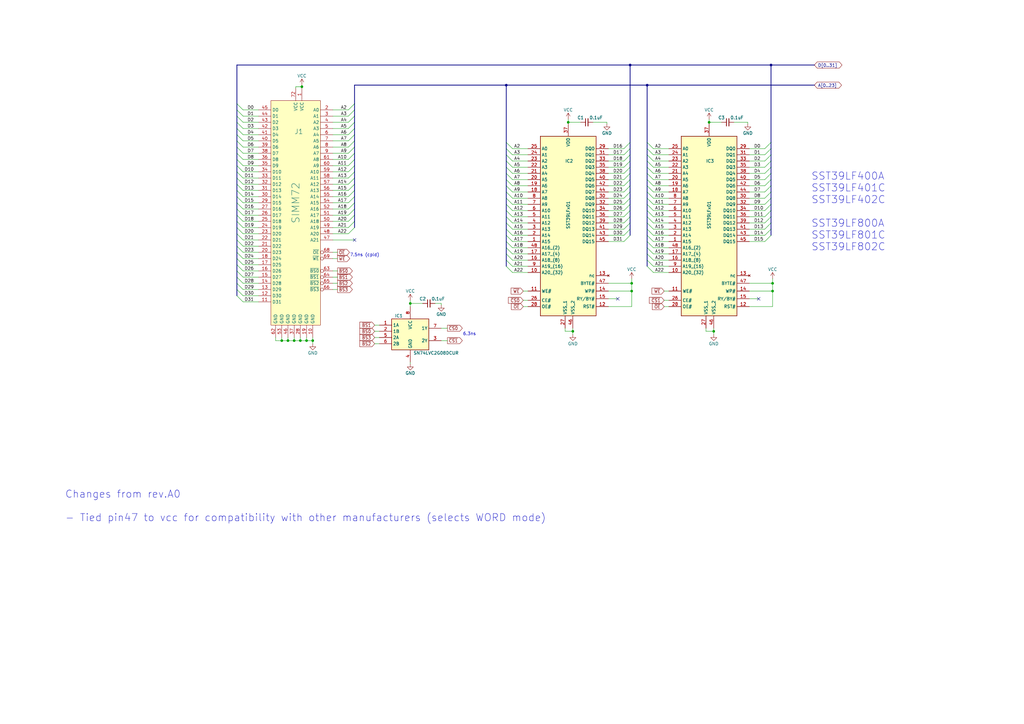
<source format=kicad_sch>
(kicad_sch (version 20230121) (generator eeschema)
  (paper "A3")
  (title_block (title "Raven SMD ROM") (date "2025") (rev "A1") (company "Licensed under CERN-OHL-P v2") (comment 1 "Anders Granlund"))
  (lib_symbols
    (symbol "68k:SIMM72-Raven"
      (property "Reference" "J" (at 0 29.21 0))
      (property "Value" "SIMM72" (at 1.27 0 90))
      (symbol "SIMM72-Raven_1_1"
        (pin power_in line (at -1.27 46.99 270) (length 5.08) (name "VCC") (number "1"))
        (pin power_in line (at -5.715 -55.245 90) (length 5.08) (name "GND") (number "10"))
        (pin bidirectional line (at 16.51 -40.64 180) (length 5.08) (name "D31") (number "11"))
        (pin bidirectional line (at 16.51 -38.1 180) (length 5.08) (name "D30") (number "12"))
        (pin bidirectional line (at 16.51 -35.56 180) (length 5.08) (name "D29") (number "13"))
        (pin bidirectional line (at 16.51 -33.02 180) (length 5.08) (name "D28") (number "14"))
        (pin bidirectional line (at 16.51 -30.48 180) (length 5.08) (name "D27") (number "15"))
        (pin bidirectional line (at 16.51 -27.94 180) (length 5.08) (name "D26") (number "16"))
        (pin bidirectional line (at 16.51 -25.4 180) (length 5.08) (name "D25") (number "17"))
        (pin bidirectional line (at 16.51 -22.86 180) (length 5.08) (name "D24") (number "18"))
        (pin power_in line (at -3.175 -55.245 90) (length 5.08) (name "GND") (number "19"))
        (pin input line (at -13.97 38.1 0) (length 5.08) (name "A0") (number "2"))
        (pin bidirectional line (at 16.51 -20.32 180) (length 5.08) (name "D23") (number "20"))
        (pin bidirectional line (at 16.51 -17.78 180) (length 5.08) (name "D22") (number "21"))
        (pin bidirectional line (at 16.51 -15.24 180) (length 5.08) (name "D21") (number "22"))
        (pin bidirectional line (at 16.51 -12.7 180) (length 5.08) (name "D20") (number "23"))
        (pin bidirectional line (at 16.51 -10.16 180) (length 5.08) (name "D19") (number "24"))
        (pin bidirectional line (at 16.51 -7.62 180) (length 5.08) (name "D18") (number "25"))
        (pin bidirectional line (at 16.51 -5.08 180) (length 5.08) (name "D17") (number "26"))
        (pin bidirectional line (at 16.51 -2.54 180) (length 5.08) (name "D16") (number "27"))
        (pin power_in line (at -0.635 -55.245 90) (length 5.08) (name "GND") (number "28"))
        (pin bidirectional line (at 16.51 0 180) (length 5.08) (name "D15") (number "29"))
        (pin input line (at -13.97 35.56 0) (length 5.08) (name "A1") (number "3"))
        (pin bidirectional line (at 16.51 2.54 180) (length 5.08) (name "D14") (number "30"))
        (pin bidirectional line (at 16.51 5.08 180) (length 5.08) (name "D13") (number "31"))
        (pin bidirectional line (at 16.51 7.62 180) (length 5.08) (name "D12") (number "32"))
        (pin bidirectional line (at 16.51 10.16 180) (length 5.08) (name "D11") (number "33"))
        (pin bidirectional line (at 16.51 12.7 180) (length 5.08) (name "D10") (number "34"))
        (pin bidirectional line (at 16.51 15.24 180) (length 5.08) (name "D9") (number "35"))
        (pin bidirectional line (at 16.51 17.78 180) (length 5.08) (name "D8") (number "36"))
        (pin power_in line (at 1.905 -55.245 90) (length 5.08) (name "GND") (number "37"))
        (pin bidirectional line (at 16.51 20.32 180) (length 5.08) (name "D7") (number "38"))
        (pin bidirectional line (at 16.51 22.86 180) (length 5.08) (name "D6") (number "39"))
        (pin input line (at -13.97 33.02 0) (length 5.08) (name "A2") (number "4"))
        (pin bidirectional line (at 16.51 25.4 180) (length 5.08) (name "D5") (number "40"))
        (pin bidirectional line (at 16.51 27.94 180) (length 5.08) (name "D4") (number "41"))
        (pin bidirectional line (at 16.51 30.48 180) (length 5.08) (name "D3") (number "42"))
        (pin bidirectional line (at 16.51 33.02 180) (length 5.08) (name "D2") (number "43"))
        (pin bidirectional line (at 16.51 35.56 180) (length 5.08) (name "D1") (number "44"))
        (pin bidirectional line (at 16.51 38.1 180) (length 5.08) (name "D0") (number "45"))
        (pin power_in line (at 4.445 -55.245 90) (length 5.08) (name "GND") (number "46"))
        (pin input line (at -13.97 -15.24 0) (length 5.08) (name "A21") (number "47"))
        (pin input line (at -13.97 -12.7 0) (length 5.08) (name "A20") (number "48"))
        (pin input line (at -13.97 -10.16 0) (length 5.08) (name "A19") (number "49"))
        (pin input line (at -13.97 30.48 0) (length 5.08) (name "A3") (number "5"))
        (pin input line (at -13.97 -7.62 0) (length 5.08) (name "A18") (number "50"))
        (pin input line (at -13.97 -5.08 0) (length 5.08) (name "A17") (number "51"))
        (pin input line (at -13.97 -2.54 0) (length 5.08) (name "A16") (number "52"))
        (pin power_in line (at 6.985 -55.245 90) (length 5.08) (name "GND") (number "53"))
        (pin input line (at -13.97 0 0) (length 5.08) (name "A15") (number "54"))
        (pin input line (at -13.97 2.54 0) (length 5.08) (name "A14") (number "55"))
        (pin input line (at -13.97 5.08 0) (length 5.08) (name "A13") (number "56"))
        (pin input line (at -13.97 7.62 0) (length 5.08) (name "A12") (number "57"))
        (pin input line (at -13.97 10.16 0) (length 5.08) (name "A11") (number "58"))
        (pin input line (at -13.97 12.7 0) (length 5.08) (name "A10") (number "59"))
        (pin input line (at -13.97 27.94 0) (length 5.08) (name "A4") (number "6"))
        (pin input line (at -13.97 15.24 0) (length 5.08) (name "A9") (number "60"))
        (pin input line (at -13.97 17.78 0) (length 5.08) (name "A8") (number "61"))
        (pin power_in line (at 9.525 -55.245 90) (length 5.08) (name "GND") (number "62"))
        (pin input inverted (at -13.97 -27.94 0) (length 5.08) (name "~{BS0}") (number "63"))
        (pin input inverted (at -13.97 -30.48 0) (length 5.08) (name "~{BS1}") (number "64"))
        (pin input inverted (at -13.97 -33.02 0) (length 5.08) (name "~{BS2}") (number "65"))
        (pin input inverted (at -13.97 -35.56 0) (length 5.08) (name "~{BS3}") (number "66"))
        (pin no_connect inverted (at -8.89 -39.37 180) (length 5.08) hide (name "nc") (number "67"))
        (pin input inverted (at -13.97 -20.32 0) (length 5.08) (name "~{OE}") (number "68"))
        (pin input inverted (at -13.97 -22.86 0) (length 5.08) (name "~{WE}") (number "69"))
        (pin input line (at -13.97 25.4 0) (length 5.08) (name "A5") (number "7"))
        (pin no_connect line (at -8.89 -41.91 180) (length 5.08) hide (name "nc") (number "70"))
        (pin no_connect line (at -8.89 -44.45 180) (length 5.08) hide (name "nc") (number "71"))
        (pin power_in line (at 1.27 46.99 270) (length 5.08) (name "VCC") (number "72"))
        (pin input line (at -13.97 22.86 0) (length 5.08) (name "A6") (number "8"))
        (pin input line (at -13.97 20.32 0) (length 5.08) (name "A7") (number "9"))
      )
    )
    (symbol "68k:SN74LVC2G08DCUR"
      (property "Reference" "IC" (at 21.59 7.62 0))
      (property "Value" "SN74LVC2G08DCUR" (at 21.59 5.08 0))
      (symbol "SN74LVC2G08DCUR_1_1"
        (pin passive line (at 0 0 0) (length 5.08) (name "1A") (number "1"))
        (pin passive line (at 0 -2.54 0) (length 5.08) (name "1B") (number "2"))
        (pin passive line (at 25.4 -6.35 180) (length 5.08) (name "2Y") (number "3"))
        (pin passive line (at 12.7 -15.24 90) (length 5.08) (name "GND") (number "4"))
        (pin passive line (at 0 -5.08 0) (length 5.08) (name "2A") (number "5"))
        (pin passive line (at 0 -7.62 0) (length 5.08) (name "2B") (number "6"))
        (pin passive line (at 25.4 -1.27 180) (length 5.08) (name "1Y") (number "7"))
        (pin passive line (at 12.7 7.62 270) (length 5.08) (name "VCC") (number "8"))
      )
    )
    (symbol "68k:SST39LF3201_TSOP48"
      (property "Reference" "IC" (at 12.7 38.1 0))
      (property "Value" "SST39LFx01" (at 12.7 35.56 0))
      (symbol "SST39LF3201_TSOP48_1_1"
        (pin passive line (at -16.51 -10.16 0) (length 5.08) (name "A15") (number "1"))
        (pin passive line (at -16.51 -22.86 0) (length 5.08) (name "A20_(32)") (number "10"))
        (pin passive line (at -16.51 -30.48 0) (length 5.08) (name "WE#") (number "11"))
        (pin passive line (at 16.51 -36.83 180) (length 5.08) (name "RST#") (number "12"))
        (pin no_connect line (at 16.51 -24.13 180) (length 5.08) (name "nc") (number "13"))
        (pin passive line (at 16.51 -30.48 180) (length 5.08) (name "WP#") (number "14"))
        (pin passive line (at 16.51 -33.655 180) (length 5.08) (name "RY/BY#") (number "15"))
        (pin passive line (at -16.51 -17.78 0) (length 5.08) (name "A18_(8)") (number "16"))
        (pin passive line (at -16.51 -15.24 0) (length 5.08) (name "A17_(4)") (number "17"))
        (pin passive line (at -16.51 10.16 0) (length 5.08) (name "A7") (number "18"))
        (pin passive line (at -16.51 12.7 0) (length 5.08) (name "A6") (number "19"))
        (pin passive line (at -16.51 -7.62 0) (length 5.08) (name "A14") (number "2"))
        (pin passive line (at -16.51 15.24 0) (length 5.08) (name "A5") (number "20"))
        (pin passive line (at -16.51 17.78 0) (length 5.08) (name "A4") (number "21"))
        (pin passive line (at -16.51 20.32 0) (length 5.08) (name "A3") (number "22"))
        (pin passive line (at -16.51 22.86 0) (length 5.08) (name "A2") (number "23"))
        (pin passive line (at -16.51 25.4 0) (length 5.08) (name "A1") (number "24"))
        (pin passive line (at -16.51 27.94 0) (length 5.08) (name "A0") (number "25"))
        (pin passive line (at -16.51 -34.29 0) (length 5.08) (name "CE#") (number "26"))
        (pin passive line (at -1.27 -45.72 90) (length 5.08) (name "VSS_1") (number "27"))
        (pin passive line (at -16.51 -36.83 0) (length 5.08) (name "OE#") (number "28"))
        (pin passive line (at 16.51 27.94 180) (length 5.08) (name "DQ0") (number "29"))
        (pin passive line (at -16.51 -5.08 0) (length 5.08) (name "A13") (number "3"))
        (pin passive line (at 16.51 7.62 180) (length 5.08) (name "DQ8") (number "30"))
        (pin passive line (at 16.51 25.4 180) (length 5.08) (name "DQ1") (number "31"))
        (pin passive line (at 16.51 5.08 180) (length 5.08) (name "DQ9") (number "32"))
        (pin passive line (at 16.51 22.86 180) (length 5.08) (name "DQ2") (number "33"))
        (pin passive line (at 16.51 2.54 180) (length 5.08) (name "DQ10") (number "34"))
        (pin passive line (at 16.51 20.32 180) (length 5.08) (name "DQ3") (number "35"))
        (pin passive line (at 16.51 0 180) (length 5.08) (name "DQ11") (number "36"))
        (pin passive line (at 0 38.1 270) (length 5.08) (name "VDD") (number "37"))
        (pin passive line (at 16.51 17.78 180) (length 5.08) (name "DQ4") (number "38"))
        (pin passive line (at 16.51 -2.54 180) (length 5.08) (name "DQ12") (number "39"))
        (pin passive line (at -16.51 -2.54 0) (length 5.08) (name "A12") (number "4"))
        (pin passive line (at 16.51 15.24 180) (length 5.08) (name "DQ5") (number "40"))
        (pin passive line (at 16.51 -5.08 180) (length 5.08) (name "DQ13") (number "41"))
        (pin passive line (at 16.51 12.7 180) (length 5.08) (name "DQ6") (number "42"))
        (pin passive line (at 16.51 -7.62 180) (length 5.08) (name "DQ14") (number "43"))
        (pin passive line (at 16.51 10.16 180) (length 5.08) (name "DQ7") (number "44"))
        (pin passive line (at 16.51 -10.16 180) (length 5.08) (name "DQ15") (number "45"))
        (pin passive line (at 1.905 -45.72 90) (length 5.08) (name "VSS_2") (number "46"))
        (pin passive line (at 16.51 -27.305 180) (length 5.08) (name "BYTE#") (number "47"))
        (pin passive line (at -16.51 -12.7 0) (length 5.08) (name "A16_(2)") (number "48"))
        (pin passive line (at -16.51 0 0) (length 5.08) (name "A11") (number "5"))
        (pin passive line (at -16.51 2.54 0) (length 5.08) (name "A10") (number "6"))
        (pin passive line (at -16.51 5.08 0) (length 5.08) (name "A9") (number "7"))
        (pin passive line (at -16.51 7.62 0) (length 5.08) (name "A8") (number "8"))
        (pin passive line (at -16.51 -20.32 0) (length 5.08) (name "A19_(16)") (number "9"))
      )
    )
    (symbol "68k:c_100nf_smd1206" (pin_numbers hide) (pin_names (offset 0.254) hide)
      (property "Reference" "C" (at 0.635 1.905 0))
      (property "Value" "0.1uF" (at 0.635 -1.905 0))
      (symbol "c_100nf_smd1206_1_1"
        (pin passive line (at 0 2.54 270) (length 2.032) (name "~") (number "1"))
        (pin passive line (at 0 -2.54 90) (length 2.032) (name "~") (number "2"))
      )
    )
    (symbol "SST39LF3201_TSOP48_1"
      (property "Reference" "IC" (at 12.7 38.1 0))
      (property "Value" "SST39LFx01" (at 12.7 35.56 0))
      (symbol "SST39LF3201_TSOP48_1_1_1"
        (pin passive line (at -16.51 -10.16 0) (length 5.08) (name "A15") (number "1"))
        (pin passive line (at -16.51 -22.86 0) (length 5.08) (name "A20_(32)") (number "10"))
        (pin passive line (at -16.51 -30.48 0) (length 5.08) (name "WE#") (number "11"))
        (pin passive line (at 16.51 -36.83 180) (length 5.08) (name "RST#") (number "12"))
        (pin no_connect line (at 16.51 -24.13 180) (length 5.08) (name "nc") (number "13"))
        (pin passive line (at 16.51 -30.48 180) (length 5.08) (name "WP#") (number "14"))
        (pin passive line (at 16.51 -33.655 180) (length 5.08) (name "RY/BY#") (number "15"))
        (pin passive line (at -16.51 -17.78 0) (length 5.08) (name "A18_(8)") (number "16"))
        (pin passive line (at -16.51 -15.24 0) (length 5.08) (name "A17_(4)") (number "17"))
        (pin passive line (at -16.51 10.16 0) (length 5.08) (name "A7") (number "18"))
        (pin passive line (at -16.51 12.7 0) (length 5.08) (name "A6") (number "19"))
        (pin passive line (at -16.51 -7.62 0) (length 5.08) (name "A14") (number "2"))
        (pin passive line (at -16.51 15.24 0) (length 5.08) (name "A5") (number "20"))
        (pin passive line (at -16.51 17.78 0) (length 5.08) (name "A4") (number "21"))
        (pin passive line (at -16.51 20.32 0) (length 5.08) (name "A3") (number "22"))
        (pin passive line (at -16.51 22.86 0) (length 5.08) (name "A2") (number "23"))
        (pin passive line (at -16.51 25.4 0) (length 5.08) (name "A1") (number "24"))
        (pin passive line (at -16.51 27.94 0) (length 5.08) (name "A0") (number "25"))
        (pin passive line (at -16.51 -34.29 0) (length 5.08) (name "CE#") (number "26"))
        (pin passive line (at -1.27 -45.72 90) (length 5.08) (name "VSS_1") (number "27"))
        (pin passive line (at -16.51 -36.83 0) (length 5.08) (name "OE#") (number "28"))
        (pin passive line (at 16.51 27.94 180) (length 5.08) (name "DQ0") (number "29"))
        (pin passive line (at -16.51 -5.08 0) (length 5.08) (name "A13") (number "3"))
        (pin passive line (at 16.51 7.62 180) (length 5.08) (name "DQ8") (number "30"))
        (pin passive line (at 16.51 25.4 180) (length 5.08) (name "DQ1") (number "31"))
        (pin passive line (at 16.51 5.08 180) (length 5.08) (name "DQ9") (number "32"))
        (pin passive line (at 16.51 22.86 180) (length 5.08) (name "DQ2") (number "33"))
        (pin passive line (at 16.51 2.54 180) (length 5.08) (name "DQ10") (number "34"))
        (pin passive line (at 16.51 20.32 180) (length 5.08) (name "DQ3") (number "35"))
        (pin passive line (at 16.51 0 180) (length 5.08) (name "DQ11") (number "36"))
        (pin passive line (at 0 38.1 270) (length 5.08) (name "VDD") (number "37"))
        (pin passive line (at 16.51 17.78 180) (length 5.08) (name "DQ4") (number "38"))
        (pin passive line (at 16.51 -2.54 180) (length 5.08) (name "DQ12") (number "39"))
        (pin passive line (at -16.51 -2.54 0) (length 5.08) (name "A12") (number "4"))
        (pin passive line (at 16.51 15.24 180) (length 5.08) (name "DQ5") (number "40"))
        (pin passive line (at 16.51 -5.08 180) (length 5.08) (name "DQ13") (number "41"))
        (pin passive line (at 16.51 12.7 180) (length 5.08) (name "DQ6") (number "42"))
        (pin passive line (at 16.51 -7.62 180) (length 5.08) (name "DQ14") (number "43"))
        (pin passive line (at 16.51 10.16 180) (length 5.08) (name "DQ7") (number "44"))
        (pin passive line (at 16.51 -10.16 180) (length 5.08) (name "DQ15") (number "45"))
        (pin passive line (at 1.905 -45.72 90) (length 5.08) (name "VSS_2") (number "46"))
        (pin passive line (at 16.51 -27.305 180) (length 5.08) (name "BYTE#") (number "47"))
        (pin passive line (at -16.51 -12.7 0) (length 5.08) (name "A16_(2)") (number "48"))
        (pin passive line (at -16.51 0 0) (length 5.08) (name "A11") (number "5"))
        (pin passive line (at -16.51 2.54 0) (length 5.08) (name "A10") (number "6"))
        (pin passive line (at -16.51 5.08 0) (length 5.08) (name "A9") (number "7"))
        (pin passive line (at -16.51 7.62 0) (length 5.08) (name "A8") (number "8"))
        (pin passive line (at -16.51 -20.32 0) (length 5.08) (name "A19_(16)") (number "9"))
      )
    )
    (symbol "power:GND" (power) (pin_names (offset 0))
      (property "Value" "GND" (at 0 -3.81 0))
      (symbol "GND_1_1"
        (pin power_in line (at 0 0 270) (length 0) hide (name "GND") (number "1"))
      )
    )
    (symbol "power:VCC" (power) (pin_names (offset 0))
      (property "Value" "VCC" (at 0 3.81 0))
      (symbol "VCC_1_1"
        (pin power_in line (at 0 0 90) (length 0) hide (name "VCC") (number "1"))
      )
    )
  )
  (junction (at 290.83 50.165))
  (junction (at 125.73 139.7))
  (junction (at 207.645 34.925))
  (junction (at 115.57 139.7))
  (junction (at 316.23 26.67))
  (junction (at 292.735 135.89))
  (junction (at 258.445 26.67))
  (junction (at 259.08 119.38))
  (junction (at 259.08 116.205))
  (junction (at 118.11 139.7))
  (junction (at 120.65 139.7))
  (junction (at 265.43 34.925))
  (junction (at 168.275 124.46))
  (junction (at 128.27 139.7))
  (junction (at 123.19 139.7))
  (junction (at 233.045 50.165))
  (junction (at 316.865 119.38))
  (junction (at 123.825 35.56))
  (junction (at 316.865 116.205))
  (junction (at 234.95 135.89))
  (no_connect (at 311.15 122.555))
  (no_connect (at 145.415 98.425))
  (no_connect (at 253.365 122.555))
  (bus_entry (at 258.445 76.2) (size -2.54 2.54))
  (bus_entry (at 207.645 63.5) (size 2.54 2.54))
  (bus_entry (at 316.23 91.44) (size -2.54 2.54))
  (bus_entry (at 97.155 113.665) (size 2.54 2.54))
  (bus_entry (at 97.155 95.885) (size 2.54 2.54))
  (bus_entry (at 97.155 65.405) (size 2.54 2.54))
  (bus_entry (at 97.155 55.245) (size 2.54 2.54))
  (bus_entry (at 207.645 73.66) (size 2.54 2.54))
  (bus_entry (at 207.645 101.6) (size 2.54 2.54))
  (bus_entry (at 145.415 78.105) (size -2.54 2.54))
  (bus_entry (at 316.23 73.66) (size -2.54 2.54))
  (bus_entry (at 97.155 85.725) (size 2.54 2.54))
  (bus_entry (at 97.155 70.485) (size 2.54 2.54))
  (bus_entry (at 265.43 104.14) (size 2.54 2.54))
  (bus_entry (at 97.155 88.265) (size 2.54 2.54))
  (bus_entry (at 97.155 45.085) (size 2.54 2.54))
  (bus_entry (at 258.445 58.42) (size -2.54 2.54))
  (bus_entry (at 316.23 63.5) (size -2.54 2.54))
  (bus_entry (at 265.43 66.04) (size 2.54 2.54))
  (bus_entry (at 145.415 65.405) (size -2.54 2.54))
  (bus_entry (at 265.43 101.6) (size 2.54 2.54))
  (bus_entry (at 97.155 106.045) (size 2.54 2.54))
  (bus_entry (at 207.645 91.44) (size 2.54 2.54))
  (bus_entry (at 316.23 78.74) (size -2.54 2.54))
  (bus_entry (at 258.445 81.28) (size -2.54 2.54))
  (bus_entry (at 97.155 118.745) (size 2.54 2.54))
  (bus_entry (at 145.415 52.705) (size -2.54 2.54))
  (bus_entry (at 265.43 58.42) (size 2.54 2.54))
  (bus_entry (at 145.415 88.265) (size -2.54 2.54))
  (bus_entry (at 97.155 57.785) (size 2.54 2.54))
  (bus_entry (at 97.155 80.645) (size 2.54 2.54))
  (bus_entry (at 316.23 83.82) (size -2.54 2.54))
  (bus_entry (at 145.415 93.345) (size -2.54 2.54))
  (bus_entry (at 258.445 86.36) (size -2.54 2.54))
  (bus_entry (at 207.645 78.74) (size 2.54 2.54))
  (bus_entry (at 258.445 68.58) (size -2.54 2.54))
  (bus_entry (at 265.43 88.9) (size 2.54 2.54))
  (bus_entry (at 145.415 50.165) (size -2.54 2.54))
  (bus_entry (at 265.43 106.68) (size 2.54 2.54))
  (bus_entry (at 97.155 73.025) (size 2.54 2.54))
  (bus_entry (at 207.645 99.06) (size 2.54 2.54))
  (bus_entry (at 207.645 109.22) (size 2.54 2.54))
  (bus_entry (at 265.43 73.66) (size 2.54 2.54))
  (bus_entry (at 258.445 83.82) (size -2.54 2.54))
  (bus_entry (at 265.43 99.06) (size 2.54 2.54))
  (bus_entry (at 145.415 57.785) (size -2.54 2.54))
  (bus_entry (at 145.415 75.565) (size -2.54 2.54))
  (bus_entry (at 97.155 62.865) (size 2.54 2.54))
  (bus_entry (at 265.43 76.2) (size 2.54 2.54))
  (bus_entry (at 265.43 68.58) (size 2.54 2.54))
  (bus_entry (at 97.155 100.965) (size 2.54 2.54))
  (bus_entry (at 207.645 88.9) (size 2.54 2.54))
  (bus_entry (at 258.445 91.44) (size -2.54 2.54))
  (bus_entry (at 265.43 93.98) (size 2.54 2.54))
  (bus_entry (at 316.23 88.9) (size -2.54 2.54))
  (bus_entry (at 145.415 70.485) (size -2.54 2.54))
  (bus_entry (at 207.645 76.2) (size 2.54 2.54))
  (bus_entry (at 258.445 88.9) (size -2.54 2.54))
  (bus_entry (at 316.23 60.96) (size -2.54 2.54))
  (bus_entry (at 316.23 71.12) (size -2.54 2.54))
  (bus_entry (at 265.43 63.5) (size 2.54 2.54))
  (bus_entry (at 145.415 90.805) (size -2.54 2.54))
  (bus_entry (at 265.43 71.12) (size 2.54 2.54))
  (bus_entry (at 145.415 62.865) (size -2.54 2.54))
  (bus_entry (at 316.23 66.04) (size -2.54 2.54))
  (bus_entry (at 97.155 103.505) (size 2.54 2.54))
  (bus_entry (at 145.415 80.645) (size -2.54 2.54))
  (bus_entry (at 258.445 78.74) (size -2.54 2.54))
  (bus_entry (at 207.645 96.52) (size 2.54 2.54))
  (bus_entry (at 97.155 93.345) (size 2.54 2.54))
  (bus_entry (at 265.43 81.28) (size 2.54 2.54))
  (bus_entry (at 207.645 58.42) (size 2.54 2.54))
  (bus_entry (at 258.445 73.66) (size -2.54 2.54))
  (bus_entry (at 316.23 86.36) (size -2.54 2.54))
  (bus_entry (at 207.645 83.82) (size 2.54 2.54))
  (bus_entry (at 207.645 86.36) (size 2.54 2.54))
  (bus_entry (at 316.23 96.52) (size -2.54 2.54))
  (bus_entry (at 97.155 47.625) (size 2.54 2.54))
  (bus_entry (at 97.155 60.325) (size 2.54 2.54))
  (bus_entry (at 207.645 66.04) (size 2.54 2.54))
  (bus_entry (at 265.43 60.96) (size 2.54 2.54))
  (bus_entry (at 207.645 81.28) (size 2.54 2.54))
  (bus_entry (at 97.155 108.585) (size 2.54 2.54))
  (bus_entry (at 207.645 93.98) (size 2.54 2.54))
  (bus_entry (at 258.445 93.98) (size -2.54 2.54))
  (bus_entry (at 97.155 50.165) (size 2.54 2.54))
  (bus_entry (at 258.445 96.52) (size -2.54 2.54))
  (bus_entry (at 145.415 60.325) (size -2.54 2.54))
  (bus_entry (at 97.155 98.425) (size 2.54 2.54))
  (bus_entry (at 97.155 52.705) (size 2.54 2.54))
  (bus_entry (at 258.445 60.96) (size -2.54 2.54))
  (bus_entry (at 207.645 68.58) (size 2.54 2.54))
  (bus_entry (at 316.23 68.58) (size -2.54 2.54))
  (bus_entry (at 207.645 104.14) (size 2.54 2.54))
  (bus_entry (at 265.43 78.74) (size 2.54 2.54))
  (bus_entry (at 207.645 71.12) (size 2.54 2.54))
  (bus_entry (at 207.645 60.96) (size 2.54 2.54))
  (bus_entry (at 316.23 76.2) (size -2.54 2.54))
  (bus_entry (at 97.155 42.545) (size 2.54 2.54))
  (bus_entry (at 265.43 86.36) (size 2.54 2.54))
  (bus_entry (at 316.23 81.28) (size -2.54 2.54))
  (bus_entry (at 97.155 67.945) (size 2.54 2.54))
  (bus_entry (at 265.43 83.82) (size 2.54 2.54))
  (bus_entry (at 265.43 109.22) (size 2.54 2.54))
  (bus_entry (at 316.23 93.98) (size -2.54 2.54))
  (bus_entry (at 97.155 90.805) (size 2.54 2.54))
  (bus_entry (at 258.445 71.12) (size -2.54 2.54))
  (bus_entry (at 207.645 106.68) (size 2.54 2.54))
  (bus_entry (at 258.445 63.5) (size -2.54 2.54))
  (bus_entry (at 97.155 83.185) (size 2.54 2.54))
  (bus_entry (at 145.415 73.025) (size -2.54 2.54))
  (bus_entry (at 145.415 47.625) (size -2.54 2.54))
  (bus_entry (at 145.415 55.245) (size -2.54 2.54))
  (bus_entry (at 145.415 83.185) (size -2.54 2.54))
  (bus_entry (at 97.155 75.565) (size 2.54 2.54))
  (bus_entry (at 145.415 42.545) (size -2.54 2.54))
  (bus_entry (at 145.415 67.945) (size -2.54 2.54))
  (bus_entry (at 97.155 78.105) (size 2.54 2.54))
  (bus_entry (at 316.23 58.42) (size -2.54 2.54))
  (bus_entry (at 97.155 111.125) (size 2.54 2.54))
  (bus_entry (at 97.155 116.205) (size 2.54 2.54))
  (bus_entry (at 97.155 121.285) (size 2.54 2.54))
  (bus_entry (at 145.415 45.085) (size -2.54 2.54))
  (bus_entry (at 265.43 96.52) (size 2.54 2.54))
  (bus_entry (at 265.43 91.44) (size 2.54 2.54))
  (bus_entry (at 258.445 66.04) (size -2.54 2.54))
  (bus_entry (at 145.415 85.725) (size -2.54 2.54))
  (wire (pts (xy 142.875 70.485) (xy 136.525 70.485)))
  (wire (pts (xy 249.555 119.38) (xy 259.08 119.38)))
  (wire (pts (xy 180.975 124.46) (xy 180.975 125.095)))
  (wire (pts (xy 142.875 62.865) (xy 136.525 62.865)))
  (bus (pts (xy 265.43 93.98) (xy 265.43 91.44)))
  (wire (pts (xy 136.525 118.745) (xy 138.43 118.745)))
  (bus (pts (xy 316.23 26.67) (xy 334.01 26.67)))
  (wire (pts (xy 210.185 106.68) (xy 216.535 106.68)))
  (bus (pts (xy 265.43 106.68) (xy 265.43 104.14)))
  (wire (pts (xy 248.92 50.165) (xy 248.92 50.8)))
  (wire (pts (xy 292.735 134.62) (xy 292.735 135.89)))
  (wire (pts (xy 267.97 86.36) (xy 274.32 86.36)))
  (wire (pts (xy 307.34 81.28) (xy 313.69 81.28)))
  (bus (pts (xy 207.645 63.5) (xy 207.645 60.96)))
  (wire (pts (xy 118.11 138.43) (xy 118.11 139.7)))
  (bus (pts (xy 97.155 95.885) (xy 97.155 93.345)))
  (wire (pts (xy 307.34 66.04) (xy 313.69 66.04)))
  (bus (pts (xy 316.23 63.5) (xy 316.23 60.96)))
  (wire (pts (xy 123.825 35.56) (xy 123.825 36.195)))
  (bus (pts (xy 258.445 83.82) (xy 258.445 81.28)))
  (bus (pts (xy 265.43 76.2) (xy 265.43 73.66)))
  (wire (pts (xy 136.525 106.045) (xy 138.43 106.045)))
  (wire (pts (xy 233.045 50.165) (xy 238.125 50.165)))
  (bus (pts (xy 97.155 70.485) (xy 97.155 67.945)))
  (wire (pts (xy 168.275 123.19) (xy 168.275 124.46)))
  (wire (pts (xy 155.575 140.97) (xy 153.67 140.97)))
  (wire (pts (xy 106.045 62.865) (xy 99.695 62.865)))
  (bus (pts (xy 97.155 85.725) (xy 97.155 83.185)))
  (wire (pts (xy 210.185 96.52) (xy 216.535 96.52)))
  (wire (pts (xy 106.045 47.625) (xy 99.695 47.625)))
  (wire (pts (xy 267.97 88.9) (xy 274.32 88.9)))
  (bus (pts (xy 258.445 88.9) (xy 258.445 86.36)))
  (wire (pts (xy 155.575 135.89) (xy 153.67 135.89)))
  (wire (pts (xy 292.735 135.89) (xy 292.735 137.16)))
  (wire (pts (xy 249.555 66.04) (xy 255.905 66.04)))
  (bus (pts (xy 145.415 83.185) (xy 145.415 80.645)))
  (bus (pts (xy 145.415 65.405) (xy 145.415 62.865)))
  (wire (pts (xy 267.97 83.82) (xy 274.32 83.82)))
  (wire (pts (xy 249.555 86.36) (xy 255.905 86.36)))
  (bus (pts (xy 265.43 71.12) (xy 265.43 68.58)))
  (wire (pts (xy 142.875 85.725) (xy 136.525 85.725)))
  (wire (pts (xy 249.555 63.5) (xy 255.905 63.5)))
  (wire (pts (xy 272.415 119.38) (xy 274.32 119.38)))
  (bus (pts (xy 145.415 78.105) (xy 145.415 75.565)))
  (bus (pts (xy 265.43 66.04) (xy 265.43 63.5)))
  (wire (pts (xy 106.045 95.885) (xy 99.695 95.885)))
  (wire (pts (xy 307.34 122.555) (xy 311.15 122.555)))
  (wire (pts (xy 106.045 113.665) (xy 99.695 113.665)))
  (wire (pts (xy 178.435 124.46) (xy 180.975 124.46)))
  (wire (pts (xy 113.03 139.7) (xy 115.57 139.7)))
  (wire (pts (xy 249.555 83.82) (xy 255.905 83.82)))
  (wire (pts (xy 168.275 124.46) (xy 168.275 125.73)))
  (wire (pts (xy 307.34 68.58) (xy 313.69 68.58)))
  (wire (pts (xy 142.875 88.265) (xy 136.525 88.265)))
  (wire (pts (xy 142.875 78.105) (xy 136.525 78.105)))
  (wire (pts (xy 210.185 86.36) (xy 216.535 86.36)))
  (wire (pts (xy 142.875 47.625) (xy 136.525 47.625)))
  (wire (pts (xy 121.285 35.56) (xy 121.285 36.195)))
  (bus (pts (xy 316.23 78.74) (xy 316.23 76.2)))
  (wire (pts (xy 249.555 78.74) (xy 255.905 78.74)))
  (wire (pts (xy 307.34 76.2) (xy 313.69 76.2)))
  (wire (pts (xy 267.97 91.44) (xy 274.32 91.44)))
  (bus (pts (xy 145.415 85.725) (xy 145.415 83.185)))
  (bus (pts (xy 145.415 88.265) (xy 145.415 85.725)))
  (bus (pts (xy 265.43 78.74) (xy 265.43 76.2)))
  (bus (pts (xy 258.445 96.52) (xy 258.445 93.98)))
  (bus (pts (xy 258.445 26.67) (xy 258.445 58.42)))
  (wire (pts (xy 121.285 35.56) (xy 123.825 35.56)))
  (bus (pts (xy 265.43 109.22) (xy 265.43 106.68)))
  (bus (pts (xy 316.23 60.96) (xy 316.23 58.42)))
  (bus (pts (xy 97.155 93.345) (xy 97.155 90.805)))
  (bus (pts (xy 265.43 86.36) (xy 265.43 83.82)))
  (wire (pts (xy 267.97 99.06) (xy 274.32 99.06)))
  (wire (pts (xy 136.525 116.205) (xy 138.43 116.205)))
  (bus (pts (xy 207.645 93.98) (xy 207.645 91.44)))
  (wire (pts (xy 128.27 139.7) (xy 128.27 140.97)))
  (wire (pts (xy 120.65 139.7) (xy 123.19 139.7)))
  (bus (pts (xy 207.645 91.44) (xy 207.645 88.9)))
  (bus (pts (xy 97.155 55.245) (xy 97.155 52.705)))
  (bus (pts (xy 207.645 34.925) (xy 207.645 58.42)))
  (bus (pts (xy 207.645 104.14) (xy 207.645 101.6)))
  (bus (pts (xy 97.155 83.185) (xy 97.155 80.645)))
  (wire (pts (xy 123.19 139.7) (xy 125.73 139.7)))
  (bus (pts (xy 265.43 34.925) (xy 265.43 58.42)))
  (wire (pts (xy 267.97 63.5) (xy 274.32 63.5)))
  (wire (pts (xy 307.34 96.52) (xy 313.69 96.52)))
  (wire (pts (xy 267.97 96.52) (xy 274.32 96.52)))
  (bus (pts (xy 265.43 63.5) (xy 265.43 60.96)))
  (wire (pts (xy 272.415 123.19) (xy 274.32 123.19)))
  (bus (pts (xy 97.155 75.565) (xy 97.155 73.025)))
  (wire (pts (xy 136.525 111.125) (xy 138.43 111.125)))
  (wire (pts (xy 210.185 60.96) (xy 216.535 60.96)))
  (wire (pts (xy 307.34 83.82) (xy 313.69 83.82)))
  (wire (pts (xy 106.045 45.085) (xy 99.695 45.085)))
  (bus (pts (xy 265.43 104.14) (xy 265.43 101.6)))
  (bus (pts (xy 97.155 111.125) (xy 97.155 108.585)))
  (bus (pts (xy 265.43 101.6) (xy 265.43 99.06)))
  (wire (pts (xy 106.045 108.585) (xy 99.695 108.585)))
  (bus (pts (xy 258.445 60.96) (xy 258.445 58.42)))
  (bus (pts (xy 258.445 26.67) (xy 316.23 26.67)))
  (bus (pts (xy 97.155 73.025) (xy 97.155 70.485)))
  (wire (pts (xy 210.185 66.04) (xy 216.535 66.04)))
  (wire (pts (xy 168.275 148.59) (xy 168.275 149.225)))
  (bus (pts (xy 97.155 47.625) (xy 97.155 45.085)))
  (bus (pts (xy 265.43 88.9) (xy 265.43 86.36)))
  (wire (pts (xy 316.865 119.38) (xy 316.865 116.205)))
  (bus (pts (xy 316.23 86.36) (xy 316.23 83.82)))
  (wire (pts (xy 106.045 57.785) (xy 99.695 57.785)))
  (bus (pts (xy 145.415 60.325) (xy 145.415 57.785)))
  (wire (pts (xy 210.185 88.9) (xy 216.535 88.9)))
  (wire (pts (xy 142.875 55.245) (xy 136.525 55.245)))
  (wire (pts (xy 214.63 125.73) (xy 216.535 125.73)))
  (bus (pts (xy 145.415 52.705) (xy 145.415 50.165)))
  (wire (pts (xy 106.045 100.965) (xy 99.695 100.965)))
  (wire (pts (xy 249.555 88.9) (xy 255.905 88.9)))
  (bus (pts (xy 145.415 45.085) (xy 145.415 42.545)))
  (bus (pts (xy 97.155 108.585) (xy 97.155 106.045)))
  (bus (pts (xy 207.645 73.66) (xy 207.645 71.12)))
  (wire (pts (xy 118.11 139.7) (xy 120.65 139.7)))
  (wire (pts (xy 316.865 116.205) (xy 316.865 114.3)))
  (bus (pts (xy 145.415 93.345) (xy 145.415 90.805)))
  (wire (pts (xy 142.875 52.705) (xy 136.525 52.705)))
  (bus (pts (xy 207.645 60.96) (xy 207.645 58.42)))
  (wire (pts (xy 142.875 60.325) (xy 136.525 60.325)))
  (wire (pts (xy 249.555 68.58) (xy 255.905 68.58)))
  (wire (pts (xy 142.875 83.185) (xy 136.525 83.185)))
  (wire (pts (xy 249.555 76.2) (xy 255.905 76.2)))
  (wire (pts (xy 267.97 111.76) (xy 274.32 111.76)))
  (bus (pts (xy 97.155 106.045) (xy 97.155 103.505)))
  (wire (pts (xy 106.045 80.645) (xy 99.695 80.645)))
  (wire (pts (xy 307.34 63.5) (xy 313.69 63.5)))
  (bus (pts (xy 97.155 45.085) (xy 97.155 42.545)))
  (wire (pts (xy 113.03 138.43) (xy 113.03 139.7)))
  (wire (pts (xy 106.045 55.245) (xy 99.695 55.245)))
  (wire (pts (xy 307.34 73.66) (xy 313.69 73.66)))
  (bus (pts (xy 316.23 91.44) (xy 316.23 88.9)))
  (wire (pts (xy 106.045 75.565) (xy 99.695 75.565)))
  (bus (pts (xy 316.23 96.52) (xy 316.23 93.98)))
  (wire (pts (xy 267.97 71.12) (xy 274.32 71.12)))
  (bus (pts (xy 97.155 80.645) (xy 97.155 78.105)))
  (wire (pts (xy 142.875 65.405) (xy 136.525 65.405)))
  (wire (pts (xy 168.275 124.46) (xy 173.355 124.46)))
  (wire (pts (xy 106.045 90.805) (xy 99.695 90.805)))
  (wire (pts (xy 106.045 118.745) (xy 99.695 118.745)))
  (wire (pts (xy 231.775 135.89) (xy 234.95 135.89)))
  (bus (pts (xy 207.645 71.12) (xy 207.645 68.58)))
  (bus (pts (xy 316.23 93.98) (xy 316.23 91.44)))
  (wire (pts (xy 231.775 134.62) (xy 231.775 135.89)))
  (bus (pts (xy 145.415 80.645) (xy 145.415 78.105)))
  (bus (pts (xy 316.23 81.28) (xy 316.23 78.74)))
  (wire (pts (xy 106.045 93.345) (xy 99.695 93.345)))
  (wire (pts (xy 249.555 96.52) (xy 255.905 96.52)))
  (wire (pts (xy 106.045 70.485) (xy 99.695 70.485)))
  (bus (pts (xy 258.445 91.44) (xy 258.445 88.9)))
  (bus (pts (xy 145.415 75.565) (xy 145.415 73.025)))
  (wire (pts (xy 106.045 111.125) (xy 99.695 111.125)))
  (bus (pts (xy 97.155 116.205) (xy 97.155 113.665)))
  (wire (pts (xy 210.185 101.6) (xy 216.535 101.6)))
  (bus (pts (xy 97.155 60.325) (xy 97.155 57.785)))
  (bus (pts (xy 97.155 67.945) (xy 97.155 65.405)))
  (wire (pts (xy 180.975 134.62) (xy 183.515 134.62)))
  (bus (pts (xy 316.23 83.82) (xy 316.23 81.28)))
  (bus (pts (xy 97.155 26.67) (xy 97.155 42.545)))
  (bus (pts (xy 207.645 106.68) (xy 207.645 104.14)))
  (bus (pts (xy 97.155 62.865) (xy 97.155 60.325)))
  (bus (pts (xy 265.43 81.28) (xy 265.43 78.74)))
  (bus (pts (xy 258.445 63.5) (xy 258.445 60.96)))
  (wire (pts (xy 290.83 50.165) (xy 290.83 50.8)))
  (wire (pts (xy 106.045 103.505) (xy 99.695 103.505)))
  (bus (pts (xy 145.415 62.865) (xy 145.415 60.325)))
  (wire (pts (xy 307.34 86.36) (xy 313.69 86.36)))
  (wire (pts (xy 115.57 138.43) (xy 115.57 139.7)))
  (wire (pts (xy 307.34 116.205) (xy 316.865 116.205)))
  (wire (pts (xy 290.83 48.895) (xy 290.83 50.165)))
  (wire (pts (xy 267.97 66.04) (xy 274.32 66.04)))
  (wire (pts (xy 307.34 125.73) (xy 316.865 125.73)))
  (wire (pts (xy 106.045 85.725) (xy 99.695 85.725)))
  (wire (pts (xy 249.555 73.66) (xy 255.905 73.66)))
  (bus (pts (xy 258.445 86.36) (xy 258.445 83.82)))
  (wire (pts (xy 249.555 116.205) (xy 259.08 116.205)))
  (wire (pts (xy 210.185 109.22) (xy 216.535 109.22)))
  (wire (pts (xy 249.555 60.96) (xy 255.905 60.96)))
  (wire (pts (xy 214.63 119.38) (xy 216.535 119.38)))
  (wire (pts (xy 289.56 135.89) (xy 292.735 135.89)))
  (bus (pts (xy 97.155 88.265) (xy 97.155 85.725)))
  (wire (pts (xy 210.185 68.58) (xy 216.535 68.58)))
  (wire (pts (xy 210.185 104.14) (xy 216.535 104.14)))
  (bus (pts (xy 265.43 68.58) (xy 265.43 66.04)))
  (wire (pts (xy 125.73 139.7) (xy 128.27 139.7)))
  (wire (pts (xy 142.875 73.025) (xy 136.525 73.025)))
  (wire (pts (xy 272.415 125.73) (xy 274.32 125.73)))
  (wire (pts (xy 267.97 76.2) (xy 274.32 76.2)))
  (wire (pts (xy 128.27 139.7) (xy 128.27 138.43)))
  (bus (pts (xy 265.43 99.06) (xy 265.43 96.52)))
  (bus (pts (xy 207.645 101.6) (xy 207.645 99.06)))
  (wire (pts (xy 136.525 113.665) (xy 138.43 113.665)))
  (bus (pts (xy 97.155 100.965) (xy 97.155 98.425)))
  (wire (pts (xy 210.185 71.12) (xy 216.535 71.12)))
  (bus (pts (xy 316.23 26.67) (xy 316.23 58.42)))
  (wire (pts (xy 267.97 73.66) (xy 274.32 73.66)))
  (wire (pts (xy 307.34 91.44) (xy 313.69 91.44)))
  (wire (pts (xy 142.875 50.165) (xy 136.525 50.165)))
  (wire (pts (xy 267.97 93.98) (xy 274.32 93.98)))
  (wire (pts (xy 249.555 71.12) (xy 255.905 71.12)))
  (bus (pts (xy 316.23 88.9) (xy 316.23 86.36)))
  (bus (pts (xy 97.155 52.705) (xy 97.155 50.165)))
  (bus (pts (xy 145.415 67.945) (xy 145.415 65.405)))
  (wire (pts (xy 306.705 50.165) (xy 306.705 50.8)))
  (wire (pts (xy 123.825 34.925) (xy 123.825 35.56)))
  (wire (pts (xy 106.045 73.025) (xy 99.695 73.025)))
  (wire (pts (xy 289.56 134.62) (xy 289.56 135.89)))
  (bus (pts (xy 207.645 96.52) (xy 207.645 93.98)))
  (wire (pts (xy 106.045 52.705) (xy 99.695 52.705)))
  (wire (pts (xy 123.19 138.43) (xy 123.19 139.7)))
  (wire (pts (xy 307.34 93.98) (xy 313.69 93.98)))
  (bus (pts (xy 207.645 34.925) (xy 265.43 34.925)))
  (wire (pts (xy 210.185 99.06) (xy 216.535 99.06)))
  (wire (pts (xy 106.045 50.165) (xy 99.695 50.165)))
  (wire (pts (xy 267.97 60.96) (xy 274.32 60.96)))
  (bus (pts (xy 258.445 66.04) (xy 258.445 63.5)))
  (wire (pts (xy 106.045 60.325) (xy 99.695 60.325)))
  (wire (pts (xy 106.045 65.405) (xy 99.695 65.405)))
  (bus (pts (xy 258.445 71.12) (xy 258.445 68.58)))
  (wire (pts (xy 210.185 73.66) (xy 216.535 73.66)))
  (wire (pts (xy 243.205 50.165) (xy 248.92 50.165)))
  (bus (pts (xy 97.155 57.785) (xy 97.155 55.245)))
  (bus (pts (xy 207.645 78.74) (xy 207.645 76.2)))
  (wire (pts (xy 307.34 119.38) (xy 316.865 119.38)))
  (bus (pts (xy 97.155 78.105) (xy 97.155 75.565)))
  (wire (pts (xy 210.185 93.98) (xy 216.535 93.98)))
  (bus (pts (xy 145.415 55.245) (xy 145.415 52.705)))
  (wire (pts (xy 210.185 111.76) (xy 216.535 111.76)))
  (wire (pts (xy 267.97 104.14) (xy 274.32 104.14)))
  (wire (pts (xy 234.95 135.89) (xy 234.95 137.16)))
  (bus (pts (xy 316.23 71.12) (xy 316.23 68.58)))
  (wire (pts (xy 290.83 50.165) (xy 295.91 50.165)))
  (bus (pts (xy 145.415 47.625) (xy 145.415 45.085)))
  (wire (pts (xy 267.97 106.68) (xy 274.32 106.68)))
  (wire (pts (xy 106.045 67.945) (xy 99.695 67.945)))
  (bus (pts (xy 97.155 90.805) (xy 97.155 88.265)))
  (bus (pts (xy 265.43 91.44) (xy 265.43 88.9)))
  (bus (pts (xy 207.645 83.82) (xy 207.645 81.28)))
  (wire (pts (xy 267.97 101.6) (xy 274.32 101.6)))
  (wire (pts (xy 249.555 122.555) (xy 253.365 122.555)))
  (wire (pts (xy 136.525 98.425) (xy 145.415 98.425)))
  (bus (pts (xy 207.645 76.2) (xy 207.645 73.66)))
  (wire (pts (xy 106.045 83.185) (xy 99.695 83.185)))
  (bus (pts (xy 207.645 109.22) (xy 207.645 106.68)))
  (wire (pts (xy 142.875 57.785) (xy 136.525 57.785)))
  (wire (pts (xy 155.575 138.43) (xy 153.67 138.43)))
  (wire (pts (xy 214.63 123.19) (xy 216.535 123.19)))
  (wire (pts (xy 180.975 139.7) (xy 183.515 139.7)))
  (wire (pts (xy 259.08 119.38) (xy 259.08 116.205)))
  (bus (pts (xy 145.415 57.785) (xy 145.415 55.245)))
  (wire (pts (xy 125.73 138.43) (xy 125.73 139.7)))
  (bus (pts (xy 265.43 73.66) (xy 265.43 71.12)))
  (bus (pts (xy 258.445 93.98) (xy 258.445 91.44)))
  (bus (pts (xy 97.155 65.405) (xy 97.155 62.865)))
  (bus (pts (xy 207.645 88.9) (xy 207.645 86.36)))
  (wire (pts (xy 300.99 50.165) (xy 306.705 50.165)))
  (bus (pts (xy 207.645 86.36) (xy 207.645 83.82)))
  (wire (pts (xy 106.045 88.265) (xy 99.695 88.265)))
  (wire (pts (xy 307.34 99.06) (xy 313.69 99.06)))
  (bus (pts (xy 97.155 118.745) (xy 97.155 116.205)))
  (wire (pts (xy 259.08 116.205) (xy 259.08 114.3)))
  (wire (pts (xy 249.555 91.44) (xy 255.905 91.44)))
  (bus (pts (xy 258.445 76.2) (xy 258.445 73.66)))
  (wire (pts (xy 249.555 81.28) (xy 255.905 81.28)))
  (wire (pts (xy 210.185 81.28) (xy 216.535 81.28)))
  (bus (pts (xy 258.445 68.58) (xy 258.445 66.04)))
  (bus (pts (xy 265.43 96.52) (xy 265.43 93.98)))
  (wire (pts (xy 210.185 83.82) (xy 216.535 83.82)))
  (bus (pts (xy 145.415 42.545) (xy 145.415 34.925)))
  (wire (pts (xy 106.045 98.425) (xy 99.695 98.425)))
  (bus (pts (xy 97.155 26.67) (xy 258.445 26.67)))
  (wire (pts (xy 106.045 106.045) (xy 99.695 106.045)))
  (bus (pts (xy 258.445 81.28) (xy 258.445 78.74)))
  (bus (pts (xy 97.155 103.505) (xy 97.155 100.965)))
  (wire (pts (xy 234.95 134.62) (xy 234.95 135.89)))
  (wire (pts (xy 307.34 78.74) (xy 313.69 78.74)))
  (wire (pts (xy 142.875 45.085) (xy 136.525 45.085)))
  (wire (pts (xy 267.97 68.58) (xy 274.32 68.58)))
  (wire (pts (xy 106.045 78.105) (xy 99.695 78.105)))
  (wire (pts (xy 210.185 76.2) (xy 216.535 76.2)))
  (bus (pts (xy 207.645 99.06) (xy 207.645 96.52)))
  (bus (pts (xy 145.415 90.805) (xy 145.415 88.265)))
  (wire (pts (xy 106.045 121.285) (xy 99.695 121.285)))
  (wire (pts (xy 106.045 116.205) (xy 99.695 116.205)))
  (bus (pts (xy 316.23 76.2) (xy 316.23 73.66)))
  (bus (pts (xy 265.43 83.82) (xy 265.43 81.28)))
  (wire (pts (xy 210.185 78.74) (xy 216.535 78.74)))
  (wire (pts (xy 120.65 138.43) (xy 120.65 139.7)))
  (wire (pts (xy 142.875 93.345) (xy 136.525 93.345)))
  (bus (pts (xy 97.155 113.665) (xy 97.155 111.125)))
  (wire (pts (xy 233.045 50.165) (xy 233.045 50.8)))
  (bus (pts (xy 265.43 34.925) (xy 334.01 34.925)))
  (bus (pts (xy 145.415 73.025) (xy 145.415 70.485)))
  (bus (pts (xy 258.445 78.74) (xy 258.445 76.2)))
  (wire (pts (xy 249.555 93.98) (xy 255.905 93.98)))
  (wire (pts (xy 259.08 125.73) (xy 259.08 119.38)))
  (bus (pts (xy 145.415 34.925) (xy 207.645 34.925)))
  (wire (pts (xy 142.875 90.805) (xy 136.525 90.805)))
  (bus (pts (xy 145.415 50.165) (xy 145.415 47.625)))
  (wire (pts (xy 210.185 91.44) (xy 216.535 91.44)))
  (bus (pts (xy 316.23 73.66) (xy 316.23 71.12)))
  (wire (pts (xy 307.34 88.9) (xy 313.69 88.9)))
  (wire (pts (xy 267.97 81.28) (xy 274.32 81.28)))
  (bus (pts (xy 207.645 66.04) (xy 207.645 63.5)))
  (bus (pts (xy 316.23 68.58) (xy 316.23 66.04)))
  (wire (pts (xy 142.875 75.565) (xy 136.525 75.565)))
  (wire (pts (xy 249.555 125.73) (xy 259.08 125.73)))
  (bus (pts (xy 207.645 81.28) (xy 207.645 78.74)))
  (wire (pts (xy 233.045 48.895) (xy 233.045 50.165)))
  (wire (pts (xy 267.97 78.74) (xy 274.32 78.74)))
  (bus (pts (xy 258.445 73.66) (xy 258.445 71.12)))
  (wire (pts (xy 316.865 125.73) (xy 316.865 119.38)))
  (bus (pts (xy 97.155 121.285) (xy 97.155 118.745)))
  (wire (pts (xy 142.875 67.945) (xy 136.525 67.945)))
  (wire (pts (xy 136.525 103.505) (xy 138.43 103.505)))
  (wire (pts (xy 115.57 139.7) (xy 118.11 139.7)))
  (wire (pts (xy 106.045 123.825) (xy 99.695 123.825)))
  (wire (pts (xy 210.185 63.5) (xy 216.535 63.5)))
  (wire (pts (xy 142.875 80.645) (xy 136.525 80.645)))
  (bus (pts (xy 145.415 70.485) (xy 145.415 67.945)))
  (wire (pts (xy 249.555 99.06) (xy 255.905 99.06)))
  (bus (pts (xy 265.43 60.96) (xy 265.43 58.42)))
  (wire (pts (xy 142.875 95.885) (xy 136.525 95.885)))
  (wire (pts (xy 307.34 71.12) (xy 313.69 71.12)))
  (wire (pts (xy 267.97 109.22) (xy 274.32 109.22)))
  (bus (pts (xy 207.645 68.58) (xy 207.645 66.04)))
  (wire (pts (xy 307.34 60.96) (xy 313.69 60.96)))
  (bus (pts (xy 97.155 50.165) (xy 97.155 47.625)))
  (bus (pts (xy 97.155 98.425) (xy 97.155 95.885)))
  (bus (pts (xy 316.23 66.04) (xy 316.23 63.5)))
  (wire (pts (xy 155.575 133.35) (xy 153.67 133.35)))
  (text "7.5ns (cpld)" (at 143.51 105.41 0) (effects (font (size 1.27 1.27)) (justify left bottom)))
  (text "6.3ns" (at 189.865 137.795 0) (effects (font (size 1.27 1.27)) (justify left bottom)))
  (text "Changes from rev.A0\n\n- Tied pin47 to vcc for compatibility with other manufacturers (selects WORD mode)\n\n" (at 26.67 219.075 0) (effects (font (size 3 3)) (justify left bottom)))
  (text "SST39LF400A\nSST39LF401C\nSST39LF402C\n\nSST39LF800A\nSST39LF801C\nSST39LF802C\n\n" (at 332.74 107.95 0) (effects (font (size 3 3)) (justify left bottom)))
  (label "D10" (at 309.245 86.36 0))
  (label "D19" (at 104.14 93.345 180))
  (label "A11" (at 210.82 83.82 0))
  (label "A17" (at 268.605 99.06 0))
  (label "D22" (at 104.14 100.965 180))
  (label "A17" (at 210.82 99.06 0))
  (label "D1" (at 309.245 63.5 0))
  (label "A7" (at 210.82 73.66 0))
  (label "D7" (at 104.14 62.865 180))
  (label "D19" (at 251.46 68.58 0))
  (label "D17" (at 251.46 63.5 0))
  (label "A19" (at 268.605 104.14 0))
  (label "D6" (at 104.14 60.325 180))
  (label "D29" (at 251.46 93.98 0))
  (label "D13" (at 104.14 78.105 180))
  (label "D30" (at 251.46 96.52 0))
  (label "A11" (at 142.24 67.945 180))
  (label "D13" (at 309.245 93.98 0))
  (label "D23" (at 251.46 78.74 0))
  (label "A8" (at 210.82 76.2 0))
  (label "A20" (at 210.82 106.68 0))
  (label "A6" (at 142.24 55.245 180))
  (label "A9" (at 142.24 62.865 180))
  (label "A8" (at 268.605 76.2 0))
  (label "A18" (at 142.24 85.725 180))
  (label "D26" (at 104.14 111.125 180))
  (label "A7" (at 142.24 57.785 180))
  (label "A13" (at 268.605 88.9 0))
  (label "A10" (at 268.605 81.28 0))
  (label "A7" (at 268.605 73.66 0))
  (label "A3" (at 210.82 63.5 0))
  (label "D6" (at 309.245 76.2 0))
  (label "D16" (at 104.14 85.725 180))
  (label "A2" (at 210.82 60.96 0))
  (label "A4" (at 142.24 50.165 180))
  (label "D21" (at 104.14 98.425 180))
  (label "D12" (at 104.14 75.565 180))
  (label "D28" (at 104.14 116.205 180))
  (label "A10" (at 210.82 81.28 0))
  (label "D25" (at 251.46 83.82 0))
  (label "A20" (at 268.605 106.68 0))
  (label "D3" (at 309.245 68.58 0))
  (label "A4" (at 268.605 66.04 0))
  (label "A9" (at 210.82 78.74 0))
  (label "A8" (at 142.24 60.325 180))
  (label "D14" (at 309.245 96.52 0))
  (label "D23" (at 104.14 103.505 180))
  (label "A4" (at 210.82 66.04 0))
  (label "D4" (at 104.14 55.245 180))
  (label "A16" (at 268.605 96.52 0))
  (label "A19" (at 142.24 88.265 180))
  (label "A22" (at 210.82 111.76 0))
  (label "D9" (at 309.245 83.82 0))
  (label "A21" (at 268.605 109.22 0))
  (label "D8" (at 104.14 65.405 180))
  (label "A5" (at 268.605 68.58 0))
  (label "D20" (at 251.46 71.12 0))
  (label "A12" (at 210.82 86.36 0))
  (label "A11" (at 268.605 83.82 0))
  (label "A21" (at 210.82 109.22 0))
  (label "D11" (at 104.14 73.025 180))
  (label "D16" (at 251.46 60.96 0))
  (label "A12" (at 268.605 86.36 0))
  (label "D10" (at 104.14 70.485 180))
  (label "A22" (at 142.24 95.885 180))
  (label "A3" (at 142.24 47.625 180))
  (label "D4" (at 309.245 71.12 0))
  (label "A19" (at 210.82 104.14 0))
  (label "D21" (at 251.46 73.66 0))
  (label "A17" (at 142.24 83.185 180))
  (label "A21" (at 142.24 93.345 180))
  (label "A2" (at 268.605 60.96 0))
  (label "D11" (at 309.245 88.9 0))
  (label "D27" (at 251.46 88.9 0))
  (label "D22" (at 251.46 76.2 0))
  (label "D8" (at 309.245 81.28 0))
  (label "D7" (at 309.245 78.74 0))
  (label "A14" (at 268.605 91.44 0))
  (label "D3" (at 104.14 52.705 180))
  (label "D5" (at 309.245 73.66 0))
  (label "D20" (at 104.14 95.885 180))
  (label "A15" (at 210.82 93.98 0))
  (label "A14" (at 210.82 91.44 0))
  (label "D18" (at 104.14 90.805 180))
  (label "D2" (at 104.14 50.165 180))
  (label "A13" (at 142.24 73.025 180))
  (label "A14" (at 142.24 75.565 180))
  (label "A18" (at 210.82 101.6 0))
  (label "D12" (at 309.245 91.44 0))
  (label "A10" (at 142.24 65.405 180))
  (label "D0" (at 309.245 60.96 0))
  (label "D24" (at 251.46 81.28 0))
  (label "D17" (at 104.14 88.265 180))
  (label "D28" (at 251.46 91.44 0))
  (label "D14" (at 104.14 80.645 180))
  (label "D26" (at 251.46 86.36 0))
  (label "A13" (at 210.82 88.9 0))
  (label "A15" (at 268.605 93.98 0))
  (label "D31" (at 104.14 123.825 180))
  (label "D15" (at 309.245 99.06 0))
  (label "A16" (at 210.82 96.52 0))
  (label "A6" (at 268.605 71.12 0))
  (label "D9" (at 104.14 67.945 180))
  (label "A18" (at 268.605 101.6 0))
  (label "A5" (at 142.24 52.705 180))
  (label "D31" (at 251.46 99.06 0))
  (label "D29" (at 104.14 118.745 180))
  (label "A3" (at 268.605 63.5 0))
  (label "A9" (at 268.605 78.74 0))
  (label "D1" (at 104.14 47.625 180))
  (label "A12" (at 142.24 70.485 180))
  (label "D15" (at 104.14 83.185 180))
  (label "D30" (at 104.14 121.285 180))
  (label "A6" (at 210.82 71.12 0))
  (label "D2" (at 309.245 66.04 0))
  (label "D24" (at 104.14 106.045 180))
  (label "A22" (at 268.605 111.76 0))
  (label "A16" (at 142.24 80.645 180))
  (label "A20" (at 142.24 90.805 180))
  (label "A5" (at 210.82 68.58 0))
  (label "D0" (at 104.14 45.085 180))
  (label "D18" (at 251.46 66.04 0))
  (label "D27" (at 104.14 113.665 180))
  (label "D5" (at 104.14 57.785 180))
  (label "A2" (at 142.24 45.085 180))
  (label "D25" (at 104.14 108.585 180))
  (label "A15" (at 142.24 78.105 180))
  (global_label "~{CS1}" (shape output) (at 183.515 139.7 0) (property "Intersheetrefs" "${INTERSHEET_REFS}" (effects hide)))
  (global_label "~{CS0}" (shape output) (at 183.515 134.62 0) (property "Intersheetrefs" "${INTERSHEET_REFS}" (effects hide)))
  (global_label "A[0..23]" (shape bidirectional) (at 334.01 34.925 0) (property "Intersheetrefs" "${INTERSHEET_REFS}" (effects hide)))
  (global_label "~{BS1}" (shape input) (at 153.67 133.35 180) (property "Intersheetrefs" "${INTERSHEET_REFS}" (effects hide)))
  (global_label "~{BS2}" (shape output) (at 138.43 116.205 0) (property "Intersheetrefs" "${INTERSHEET_REFS}" (effects hide)))
  (global_label "~{WE}" (shape input) (at 214.63 119.38 180) (property "Intersheetrefs" "${INTERSHEET_REFS}" (effects hide)))
  (global_label "~{OE}" (shape output) (at 138.43 103.505 0) (property "Intersheetrefs" "${INTERSHEET_REFS}" (effects hide)))
  (global_label "~{BS0}" (shape output) (at 138.43 111.125 0) (property "Intersheetrefs" "${INTERSHEET_REFS}" (effects hide)))
  (global_label "~{BS2}" (shape input) (at 153.67 140.97 180) (property "Intersheetrefs" "${INTERSHEET_REFS}" (effects hide)))
  (global_label "~{WE}" (shape output) (at 138.43 106.045 0) (property "Intersheetrefs" "${INTERSHEET_REFS}" (effects hide)))
  (global_label "D[0..31]" (shape bidirectional) (at 334.01 26.67 0) (property "Intersheetrefs" "${INTERSHEET_REFS}" (effects hide)))
  (global_label "~{BS0}" (shape input) (at 153.67 135.89 180) (property "Intersheetrefs" "${INTERSHEET_REFS}" (effects hide)))
  (global_label "~{BS1}" (shape output) (at 138.43 113.665 0) (property "Intersheetrefs" "${INTERSHEET_REFS}" (effects hide)))
  (global_label "~{BS3}" (shape input) (at 153.67 138.43 180) (property "Intersheetrefs" "${INTERSHEET_REFS}" (effects hide)))
  (global_label "~{BS3}" (shape output) (at 138.43 118.745 0) (property "Intersheetrefs" "${INTERSHEET_REFS}" (effects hide)))
  (global_label "~{WE}" (shape input) (at 272.415 119.38 180) (property "Intersheetrefs" "${INTERSHEET_REFS}" (effects hide)))
  (global_label "~{OE}" (shape input) (at 272.415 125.73 180) (property "Intersheetrefs" "${INTERSHEET_REFS}" (effects hide)))
  (global_label "~{CS0}" (shape input) (at 214.63 123.19 180) (property "Intersheetrefs" "${INTERSHEET_REFS}" (effects hide)))
  (global_label "~{CS1}" (shape input) (at 272.415 123.19 180) (property "Intersheetrefs" "${INTERSHEET_REFS}" (effects hide)))
  (global_label "~{OE}" (shape input) (at 214.63 125.73 180) (property "Intersheetrefs" "${INTERSHEET_REFS}" (effects hide)))
  (symbol (lib_id "68k:SIMM72-Raven") (at 122.555 83.185 0) (mirror y) (unit 1)
    (property "Reference" "J1" (at 122.555 53.975 0) (effects (font (size 2 2))))
    (property "Value" "SIMM72" (at 121.285 83.185 90) (effects (font (size 3 3))))
    (property "Footprint" "68k:SIMM72_edge" (effects hide))
  )
  (symbol (lib_id "power:GND") (at 128.27 140.97 0) (unit 1)
    (property "Reference" "#PWR02" (effects hide))
    (property "Value" "GND" (at 128.27 144.78 0))
  )
  (symbol (lib_id "68k:c_100nf_smd1206") (at 175.895 124.46 90) (unit 1)
    (property "Reference" "C2" (at 173.355 122.555 90))
    (property "Value" "0.1uF" (at 179.705 122.555 90))
    (property "Footprint" "Capacitor_SMD:C_1206_3216Metric_Pad1.33x1.80mm_HandSolder" (effects hide))
    (property "Datasheet" "https://www.mouser.se/datasheet/2/447/KEM_C1002_X7R_SMD-3316098.pdf" (effects hide))
    (property "Manufacturer_Name" "KEMET" (effects hide))
    (property "Manufacturer_Part_Number" "C1206C104K5RACTU" (effects hide))
  )
  (symbol (lib_id "power:VCC") (at 259.08 114.3 0) (unit 1)
    (property "Reference" "#PWR013" (effects hide))
    (property "Value" "VCC" (at 259.08 110.49 0))
  )
  (symbol (lib_id "power:VCC") (at 123.825 34.925 0) (unit 1)
    (property "Reference" "#PWR01" (effects hide))
    (property "Value" "VCC" (at 123.825 31.115 0))
  )
  (symbol (lib_id "power:VCC") (at 168.275 123.19 0) (unit 1)
    (property "Reference" "#PWR07" (effects hide))
    (property "Value" "VCC" (at 168.275 119.38 0))
  )
  (symbol (lib_id "power:GND") (at 292.735 137.16 0) (unit 1)
    (property "Reference" "#PWR011" (effects hide))
    (property "Value" "GND" (at 292.735 140.97 0))
  )
  (symbol (lib_id "power:GND") (at 306.705 50.8 0) (unit 1)
    (property "Reference" "#PWR012" (effects hide))
    (property "Value" "GND" (at 306.705 54.61 0))
  )
  (symbol (lib_id "68k:SN74LVC2G08DCUR") (at 155.575 133.35 0) (unit 1)
    (property "Reference" "IC1" (at 161.925 129.54 0) (effects (justify left)))
    (property "Value" "SN74LVC2G08DCUR" (at 169.545 144.78 0) (effects (justify left)))
    (property "Footprint" "SOP50P310X90-8N" (effects hide))
    (property "Datasheet" "http://www.ti.com/lit/ds/symlink/sn74lvc2g08.pdf" (effects hide))
    (property "Height" "0.9" (effects hide))
    (property "Mouser Part Number" "595-SN74LVC2G08DCUR" (effects hide))
    (property "Mouser Price/Stock" "https://www.mouser.co.uk/ProductDetail/Texas-Instruments/SN74LVC2G08DCUR?qs=Dqy2GfToSoStRSDQrEs2Tw%3D%3D" (effects hide))
    (property "Manufacturer_Name" "Texas Instruments" (effects hide))
    (property "Manufacturer_Part_Number" "SN74LVC2G08DCUR" (effects hide))
  )
  (symbol (lib_id "power:GND") (at 234.95 137.16 0) (unit 1)
    (property "Reference" "#PWR05" (effects hide))
    (property "Value" "GND" (at 234.95 140.97 0))
  )
  (symbol (lib_id "power:VCC") (at 233.045 48.895 0) (unit 1)
    (property "Reference" "#PWR04" (effects hide))
    (property "Value" "VCC" (at 233.045 45.085 0))
  )
  (symbol (lib_id "68k:c_100nf_smd1206") (at 298.45 50.165 90) (unit 1)
    (property "Reference" "C3" (at 295.91 48.26 90))
    (property "Value" "0.1uF" (at 302.26 48.26 90))
    (property "Footprint" "Capacitor_SMD:C_1206_3216Metric_Pad1.33x1.80mm_HandSolder" (effects hide))
    (property "Datasheet" "https://www.mouser.se/datasheet/2/447/KEM_C1002_X7R_SMD-3316098.pdf" (effects hide))
    (property "Manufacturer_Name" "KEMET" (effects hide))
    (property "Manufacturer_Part_Number" "C1206C104K5RACTU" (effects hide))
  )
  (symbol (lib_id "power:VCC") (at 316.865 114.3 0) (unit 1)
    (property "Reference" "#PWR03" (effects hide))
    (property "Value" "VCC" (at 316.865 110.49 0))
  )
  (symbol (lib_id "power:VCC") (at 290.83 48.895 0) (unit 1)
    (property "Reference" "#PWR010" (effects hide))
    (property "Value" "VCC" (at 290.83 45.085 0))
  )
  (symbol (lib_id "68k:SST39LF3201_TSOP48") (at 233.045 88.9 0) (unit 1)
    (property "Reference" "IC2" (at 231.775 66.04 0) (effects (justify left)))
    (property "Value" "SST39LFx01" (at 233.045 93.98 90) (effects (justify left)))
    (property "Footprint" "SOP50P2000X120-48N" (effects hide))
    (property "Datasheet" "https://componentsearchengine.com/Datasheets/1/SST39LF401C-55-4C-EKE-T.pdf" (effects hide))
    (property "Height" "1.2" (effects hide))
    (property "Mouser Part Number" "579-39LF401C554CEKET" (effects hide))
    (property "Mouser Price/Stock" "https://www.mouser.co.uk/ProductDetail/Microchip-Technology/SST39LF401C-55-4C-EKE-T?qs=X98pPdo4MrsxzFTaj9sRJQ%3D%3D" (effects hide))
    (property "Manufacturer_Name" "Microchip" (effects hide))
    (property "Manufacturer_Part_Number" "SST39LF401C-55-4C-EKE-T" (effects hide))
  )
  (symbol (lib_id "power:GND") (at 248.92 50.8 0) (unit 1)
    (property "Reference" "#PWR06" (effects hide))
    (property "Value" "GND" (at 248.92 54.61 0))
  )
  (symbol (lib_id "power:GND") (at 180.975 125.095 0) (unit 1)
    (property "Reference" "#PWR08" (effects hide))
    (property "Value" "GND" (at 180.975 128.905 0))
  )
  (symbol (lib_id "power:GND") (at 168.275 149.225 0) (unit 1)
    (property "Reference" "#PWR09" (effects hide))
    (property "Value" "GND" (at 168.275 153.035 0))
  )
  (symbol (lib_name "SST39LF3201_TSOP48_1") (lib_id "68k:SST39LF3201_TSOP48") (at 290.83 88.9 0) (unit 1)
    (property "Reference" "IC3" (at 289.56 66.04 0) (effects (justify left)))
    (property "Value" "SST39LFx01" (at 290.83 93.98 90) (effects (justify left)))
    (property "Footprint" "SOP50P2000X120-48N" (effects hide))
    (property "Datasheet" "https://componentsearchengine.com/Datasheets/1/SST39LF401C-55-4C-EKE-T.pdf" (effects hide))
    (property "Height" "1.2" (effects hide))
    (property "Mouser Part Number" "579-39LF401C554CEKET" (effects hide))
    (property "Mouser Price/Stock" "https://www.mouser.co.uk/ProductDetail/Microchip-Technology/SST39LF401C-55-4C-EKE-T?qs=X98pPdo4MrsxzFTaj9sRJQ%3D%3D" (effects hide))
    (property "Manufacturer_Name" "Microchip" (effects hide))
    (property "Manufacturer_Part_Number" "SST39LF401C-55-4C-EKE-T" (effects hide))
  )
  (symbol (lib_id "68k:c_100nf_smd1206") (at 240.665 50.165 90) (unit 1)
    (property "Reference" "C1" (at 238.125 48.26 90))
    (property "Value" "0.1uF" (at 244.475 48.26 90))
    (property "Footprint" "Capacitor_SMD:C_1206_3216Metric_Pad1.33x1.80mm_HandSolder" (effects hide))
    (property "Datasheet" "https://www.mouser.se/datasheet/2/447/KEM_C1002_X7R_SMD-3316098.pdf" (effects hide))
    (property "Manufacturer_Name" "KEMET" (effects hide))
    (property "Manufacturer_Part_Number" "C1206C104K5RACTU" (effects hide))
  )
)
</source>
